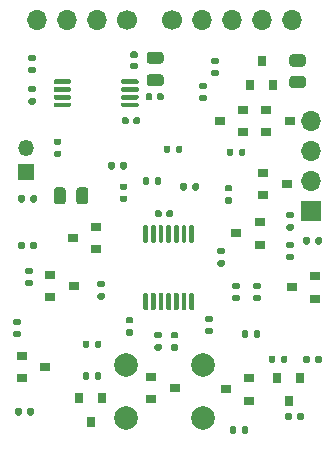
<source format=gbs>
%TF.GenerationSoftware,KiCad,Pcbnew,5.1.10-88a1d61d58~88~ubuntu18.04.1*%
%TF.CreationDate,2021-08-09T12:07:12+05:30*%
%TF.ProjectId,dhadak,64686164-616b-42e6-9b69-6361645f7063,1*%
%TF.SameCoordinates,Original*%
%TF.FileFunction,Soldermask,Bot*%
%TF.FilePolarity,Negative*%
%FSLAX46Y46*%
G04 Gerber Fmt 4.6, Leading zero omitted, Abs format (unit mm)*
G04 Created by KiCad (PCBNEW 5.1.10-88a1d61d58~88~ubuntu18.04.1) date 2021-08-09 12:07:12*
%MOMM*%
%LPD*%
G01*
G04 APERTURE LIST*
%ADD10O,1.700000X1.700000*%
%ADD11C,1.700000*%
%ADD12R,1.700000X1.700000*%
%ADD13R,1.350000X1.350000*%
%ADD14O,1.350000X1.350000*%
%ADD15R,0.900000X0.800000*%
%ADD16R,0.800000X0.900000*%
%ADD17C,2.000000*%
G04 APERTURE END LIST*
D10*
%TO.C,J2*%
X120015000Y-92583000D03*
X122555000Y-92583000D03*
X125095000Y-92583000D03*
D11*
X127635000Y-92583000D03*
%TD*%
%TO.C,J4*%
X131445000Y-92583000D03*
D10*
X133985000Y-92583000D03*
X136525000Y-92583000D03*
X139065000Y-92583000D03*
X141605000Y-92583000D03*
%TD*%
%TO.C,C6*%
G36*
G01*
X129573000Y-95263000D02*
X130523000Y-95263000D01*
G75*
G02*
X130773000Y-95513000I0J-250000D01*
G01*
X130773000Y-96013000D01*
G75*
G02*
X130523000Y-96263000I-250000J0D01*
G01*
X129573000Y-96263000D01*
G75*
G02*
X129323000Y-96013000I0J250000D01*
G01*
X129323000Y-95513000D01*
G75*
G02*
X129573000Y-95263000I250000J0D01*
G01*
G37*
G36*
G01*
X129573000Y-97163000D02*
X130523000Y-97163000D01*
G75*
G02*
X130773000Y-97413000I0J-250000D01*
G01*
X130773000Y-97913000D01*
G75*
G02*
X130523000Y-98163000I-250000J0D01*
G01*
X129573000Y-98163000D01*
G75*
G02*
X129323000Y-97913000I0J250000D01*
G01*
X129323000Y-97413000D01*
G75*
G02*
X129573000Y-97163000I250000J0D01*
G01*
G37*
%TD*%
%TO.C,C9*%
G36*
G01*
X123386000Y-107917000D02*
X123386000Y-106967000D01*
G75*
G02*
X123636000Y-106717000I250000J0D01*
G01*
X124136000Y-106717000D01*
G75*
G02*
X124386000Y-106967000I0J-250000D01*
G01*
X124386000Y-107917000D01*
G75*
G02*
X124136000Y-108167000I-250000J0D01*
G01*
X123636000Y-108167000D01*
G75*
G02*
X123386000Y-107917000I0J250000D01*
G01*
G37*
G36*
G01*
X121486000Y-107917000D02*
X121486000Y-106967000D01*
G75*
G02*
X121736000Y-106717000I250000J0D01*
G01*
X122236000Y-106717000D01*
G75*
G02*
X122486000Y-106967000I0J-250000D01*
G01*
X122486000Y-107917000D01*
G75*
G02*
X122236000Y-108167000I-250000J0D01*
G01*
X121736000Y-108167000D01*
G75*
G02*
X121486000Y-107917000I0J250000D01*
G01*
G37*
%TD*%
%TO.C,U2*%
G36*
G01*
X129141000Y-109938000D02*
X129341000Y-109938000D01*
G75*
G02*
X129441000Y-110038000I0J-100000D01*
G01*
X129441000Y-111313000D01*
G75*
G02*
X129341000Y-111413000I-100000J0D01*
G01*
X129141000Y-111413000D01*
G75*
G02*
X129041000Y-111313000I0J100000D01*
G01*
X129041000Y-110038000D01*
G75*
G02*
X129141000Y-109938000I100000J0D01*
G01*
G37*
G36*
G01*
X129791000Y-109938000D02*
X129991000Y-109938000D01*
G75*
G02*
X130091000Y-110038000I0J-100000D01*
G01*
X130091000Y-111313000D01*
G75*
G02*
X129991000Y-111413000I-100000J0D01*
G01*
X129791000Y-111413000D01*
G75*
G02*
X129691000Y-111313000I0J100000D01*
G01*
X129691000Y-110038000D01*
G75*
G02*
X129791000Y-109938000I100000J0D01*
G01*
G37*
G36*
G01*
X130441000Y-109938000D02*
X130641000Y-109938000D01*
G75*
G02*
X130741000Y-110038000I0J-100000D01*
G01*
X130741000Y-111313000D01*
G75*
G02*
X130641000Y-111413000I-100000J0D01*
G01*
X130441000Y-111413000D01*
G75*
G02*
X130341000Y-111313000I0J100000D01*
G01*
X130341000Y-110038000D01*
G75*
G02*
X130441000Y-109938000I100000J0D01*
G01*
G37*
G36*
G01*
X131091000Y-109938000D02*
X131291000Y-109938000D01*
G75*
G02*
X131391000Y-110038000I0J-100000D01*
G01*
X131391000Y-111313000D01*
G75*
G02*
X131291000Y-111413000I-100000J0D01*
G01*
X131091000Y-111413000D01*
G75*
G02*
X130991000Y-111313000I0J100000D01*
G01*
X130991000Y-110038000D01*
G75*
G02*
X131091000Y-109938000I100000J0D01*
G01*
G37*
G36*
G01*
X131741000Y-109938000D02*
X131941000Y-109938000D01*
G75*
G02*
X132041000Y-110038000I0J-100000D01*
G01*
X132041000Y-111313000D01*
G75*
G02*
X131941000Y-111413000I-100000J0D01*
G01*
X131741000Y-111413000D01*
G75*
G02*
X131641000Y-111313000I0J100000D01*
G01*
X131641000Y-110038000D01*
G75*
G02*
X131741000Y-109938000I100000J0D01*
G01*
G37*
G36*
G01*
X132391000Y-109938000D02*
X132591000Y-109938000D01*
G75*
G02*
X132691000Y-110038000I0J-100000D01*
G01*
X132691000Y-111313000D01*
G75*
G02*
X132591000Y-111413000I-100000J0D01*
G01*
X132391000Y-111413000D01*
G75*
G02*
X132291000Y-111313000I0J100000D01*
G01*
X132291000Y-110038000D01*
G75*
G02*
X132391000Y-109938000I100000J0D01*
G01*
G37*
G36*
G01*
X133041000Y-109938000D02*
X133241000Y-109938000D01*
G75*
G02*
X133341000Y-110038000I0J-100000D01*
G01*
X133341000Y-111313000D01*
G75*
G02*
X133241000Y-111413000I-100000J0D01*
G01*
X133041000Y-111413000D01*
G75*
G02*
X132941000Y-111313000I0J100000D01*
G01*
X132941000Y-110038000D01*
G75*
G02*
X133041000Y-109938000I100000J0D01*
G01*
G37*
G36*
G01*
X133041000Y-115663000D02*
X133241000Y-115663000D01*
G75*
G02*
X133341000Y-115763000I0J-100000D01*
G01*
X133341000Y-117038000D01*
G75*
G02*
X133241000Y-117138000I-100000J0D01*
G01*
X133041000Y-117138000D01*
G75*
G02*
X132941000Y-117038000I0J100000D01*
G01*
X132941000Y-115763000D01*
G75*
G02*
X133041000Y-115663000I100000J0D01*
G01*
G37*
G36*
G01*
X132391000Y-115663000D02*
X132591000Y-115663000D01*
G75*
G02*
X132691000Y-115763000I0J-100000D01*
G01*
X132691000Y-117038000D01*
G75*
G02*
X132591000Y-117138000I-100000J0D01*
G01*
X132391000Y-117138000D01*
G75*
G02*
X132291000Y-117038000I0J100000D01*
G01*
X132291000Y-115763000D01*
G75*
G02*
X132391000Y-115663000I100000J0D01*
G01*
G37*
G36*
G01*
X131741000Y-115663000D02*
X131941000Y-115663000D01*
G75*
G02*
X132041000Y-115763000I0J-100000D01*
G01*
X132041000Y-117038000D01*
G75*
G02*
X131941000Y-117138000I-100000J0D01*
G01*
X131741000Y-117138000D01*
G75*
G02*
X131641000Y-117038000I0J100000D01*
G01*
X131641000Y-115763000D01*
G75*
G02*
X131741000Y-115663000I100000J0D01*
G01*
G37*
G36*
G01*
X131091000Y-115663000D02*
X131291000Y-115663000D01*
G75*
G02*
X131391000Y-115763000I0J-100000D01*
G01*
X131391000Y-117038000D01*
G75*
G02*
X131291000Y-117138000I-100000J0D01*
G01*
X131091000Y-117138000D01*
G75*
G02*
X130991000Y-117038000I0J100000D01*
G01*
X130991000Y-115763000D01*
G75*
G02*
X131091000Y-115663000I100000J0D01*
G01*
G37*
G36*
G01*
X130441000Y-115663000D02*
X130641000Y-115663000D01*
G75*
G02*
X130741000Y-115763000I0J-100000D01*
G01*
X130741000Y-117038000D01*
G75*
G02*
X130641000Y-117138000I-100000J0D01*
G01*
X130441000Y-117138000D01*
G75*
G02*
X130341000Y-117038000I0J100000D01*
G01*
X130341000Y-115763000D01*
G75*
G02*
X130441000Y-115663000I100000J0D01*
G01*
G37*
G36*
G01*
X129791000Y-115663000D02*
X129991000Y-115663000D01*
G75*
G02*
X130091000Y-115763000I0J-100000D01*
G01*
X130091000Y-117038000D01*
G75*
G02*
X129991000Y-117138000I-100000J0D01*
G01*
X129791000Y-117138000D01*
G75*
G02*
X129691000Y-117038000I0J100000D01*
G01*
X129691000Y-115763000D01*
G75*
G02*
X129791000Y-115663000I100000J0D01*
G01*
G37*
G36*
G01*
X129141000Y-115663000D02*
X129341000Y-115663000D01*
G75*
G02*
X129441000Y-115763000I0J-100000D01*
G01*
X129441000Y-117038000D01*
G75*
G02*
X129341000Y-117138000I-100000J0D01*
G01*
X129141000Y-117138000D01*
G75*
G02*
X129041000Y-117038000I0J100000D01*
G01*
X129041000Y-115763000D01*
G75*
G02*
X129141000Y-115663000I100000J0D01*
G01*
G37*
%TD*%
%TO.C,C3*%
G36*
G01*
X129260000Y-99230000D02*
X129260000Y-98890000D01*
G75*
G02*
X129400000Y-98750000I140000J0D01*
G01*
X129680000Y-98750000D01*
G75*
G02*
X129820000Y-98890000I0J-140000D01*
G01*
X129820000Y-99230000D01*
G75*
G02*
X129680000Y-99370000I-140000J0D01*
G01*
X129400000Y-99370000D01*
G75*
G02*
X129260000Y-99230000I0J140000D01*
G01*
G37*
G36*
G01*
X130220000Y-99230000D02*
X130220000Y-98890000D01*
G75*
G02*
X130360000Y-98750000I140000J0D01*
G01*
X130640000Y-98750000D01*
G75*
G02*
X130780000Y-98890000I0J-140000D01*
G01*
X130780000Y-99230000D01*
G75*
G02*
X130640000Y-99370000I-140000J0D01*
G01*
X130360000Y-99370000D01*
G75*
G02*
X130220000Y-99230000I0J140000D01*
G01*
G37*
%TD*%
%TO.C,C4*%
G36*
G01*
X128100000Y-96184000D02*
X128440000Y-96184000D01*
G75*
G02*
X128580000Y-96324000I0J-140000D01*
G01*
X128580000Y-96604000D01*
G75*
G02*
X128440000Y-96744000I-140000J0D01*
G01*
X128100000Y-96744000D01*
G75*
G02*
X127960000Y-96604000I0J140000D01*
G01*
X127960000Y-96324000D01*
G75*
G02*
X128100000Y-96184000I140000J0D01*
G01*
G37*
G36*
G01*
X128100000Y-95224000D02*
X128440000Y-95224000D01*
G75*
G02*
X128580000Y-95364000I0J-140000D01*
G01*
X128580000Y-95644000D01*
G75*
G02*
X128440000Y-95784000I-140000J0D01*
G01*
X128100000Y-95784000D01*
G75*
G02*
X127960000Y-95644000I0J140000D01*
G01*
X127960000Y-95364000D01*
G75*
G02*
X128100000Y-95224000I140000J0D01*
G01*
G37*
%TD*%
%TO.C,C5*%
G36*
G01*
X128216000Y-101262000D02*
X128216000Y-100922000D01*
G75*
G02*
X128356000Y-100782000I140000J0D01*
G01*
X128636000Y-100782000D01*
G75*
G02*
X128776000Y-100922000I0J-140000D01*
G01*
X128776000Y-101262000D01*
G75*
G02*
X128636000Y-101402000I-140000J0D01*
G01*
X128356000Y-101402000D01*
G75*
G02*
X128216000Y-101262000I0J140000D01*
G01*
G37*
G36*
G01*
X127256000Y-101262000D02*
X127256000Y-100922000D01*
G75*
G02*
X127396000Y-100782000I140000J0D01*
G01*
X127676000Y-100782000D01*
G75*
G02*
X127816000Y-100922000I0J-140000D01*
G01*
X127816000Y-101262000D01*
G75*
G02*
X127676000Y-101402000I-140000J0D01*
G01*
X127396000Y-101402000D01*
G75*
G02*
X127256000Y-101262000I0J140000D01*
G01*
G37*
%TD*%
%TO.C,C10*%
G36*
G01*
X130050000Y-109136000D02*
X130050000Y-108796000D01*
G75*
G02*
X130190000Y-108656000I140000J0D01*
G01*
X130470000Y-108656000D01*
G75*
G02*
X130610000Y-108796000I0J-140000D01*
G01*
X130610000Y-109136000D01*
G75*
G02*
X130470000Y-109276000I-140000J0D01*
G01*
X130190000Y-109276000D01*
G75*
G02*
X130050000Y-109136000I0J140000D01*
G01*
G37*
G36*
G01*
X131010000Y-109136000D02*
X131010000Y-108796000D01*
G75*
G02*
X131150000Y-108656000I140000J0D01*
G01*
X131430000Y-108656000D01*
G75*
G02*
X131570000Y-108796000I0J-140000D01*
G01*
X131570000Y-109136000D01*
G75*
G02*
X131430000Y-109276000I-140000J0D01*
G01*
X131150000Y-109276000D01*
G75*
G02*
X131010000Y-109136000I0J140000D01*
G01*
G37*
%TD*%
%TO.C,IC1*%
G36*
G01*
X122924999Y-97694001D02*
X122924999Y-97894001D01*
G75*
G02*
X122824999Y-97994001I-100000J0D01*
G01*
X121549999Y-97994001D01*
G75*
G02*
X121449999Y-97894001I0J100000D01*
G01*
X121449999Y-97694001D01*
G75*
G02*
X121549999Y-97594001I100000J0D01*
G01*
X122824999Y-97594001D01*
G75*
G02*
X122924999Y-97694001I0J-100000D01*
G01*
G37*
G36*
G01*
X122924999Y-98344001D02*
X122924999Y-98544001D01*
G75*
G02*
X122824999Y-98644001I-100000J0D01*
G01*
X121549999Y-98644001D01*
G75*
G02*
X121449999Y-98544001I0J100000D01*
G01*
X121449999Y-98344001D01*
G75*
G02*
X121549999Y-98244001I100000J0D01*
G01*
X122824999Y-98244001D01*
G75*
G02*
X122924999Y-98344001I0J-100000D01*
G01*
G37*
G36*
G01*
X122924999Y-98994001D02*
X122924999Y-99194001D01*
G75*
G02*
X122824999Y-99294001I-100000J0D01*
G01*
X121549999Y-99294001D01*
G75*
G02*
X121449999Y-99194001I0J100000D01*
G01*
X121449999Y-98994001D01*
G75*
G02*
X121549999Y-98894001I100000J0D01*
G01*
X122824999Y-98894001D01*
G75*
G02*
X122924999Y-98994001I0J-100000D01*
G01*
G37*
G36*
G01*
X122924999Y-99644001D02*
X122924999Y-99844001D01*
G75*
G02*
X122824999Y-99944001I-100000J0D01*
G01*
X121549999Y-99944001D01*
G75*
G02*
X121449999Y-99844001I0J100000D01*
G01*
X121449999Y-99644001D01*
G75*
G02*
X121549999Y-99544001I100000J0D01*
G01*
X122824999Y-99544001D01*
G75*
G02*
X122924999Y-99644001I0J-100000D01*
G01*
G37*
G36*
G01*
X128649999Y-99644001D02*
X128649999Y-99844001D01*
G75*
G02*
X128549999Y-99944001I-100000J0D01*
G01*
X127274999Y-99944001D01*
G75*
G02*
X127174999Y-99844001I0J100000D01*
G01*
X127174999Y-99644001D01*
G75*
G02*
X127274999Y-99544001I100000J0D01*
G01*
X128549999Y-99544001D01*
G75*
G02*
X128649999Y-99644001I0J-100000D01*
G01*
G37*
G36*
G01*
X128649999Y-98994001D02*
X128649999Y-99194001D01*
G75*
G02*
X128549999Y-99294001I-100000J0D01*
G01*
X127274999Y-99294001D01*
G75*
G02*
X127174999Y-99194001I0J100000D01*
G01*
X127174999Y-98994001D01*
G75*
G02*
X127274999Y-98894001I100000J0D01*
G01*
X128549999Y-98894001D01*
G75*
G02*
X128649999Y-98994001I0J-100000D01*
G01*
G37*
G36*
G01*
X128649999Y-98344001D02*
X128649999Y-98544001D01*
G75*
G02*
X128549999Y-98644001I-100000J0D01*
G01*
X127274999Y-98644001D01*
G75*
G02*
X127174999Y-98544001I0J100000D01*
G01*
X127174999Y-98344001D01*
G75*
G02*
X127274999Y-98244001I100000J0D01*
G01*
X128549999Y-98244001D01*
G75*
G02*
X128649999Y-98344001I0J-100000D01*
G01*
G37*
G36*
G01*
X128649999Y-97694001D02*
X128649999Y-97894001D01*
G75*
G02*
X128549999Y-97994001I-100000J0D01*
G01*
X127274999Y-97994001D01*
G75*
G02*
X127174999Y-97894001I0J100000D01*
G01*
X127174999Y-97694001D01*
G75*
G02*
X127274999Y-97594001I100000J0D01*
G01*
X128549999Y-97594001D01*
G75*
G02*
X128649999Y-97694001I0J-100000D01*
G01*
G37*
%TD*%
%TO.C,J1*%
X143256000Y-101092000D03*
X143256000Y-103632000D03*
X143256000Y-106172000D03*
D12*
X143256000Y-108712000D03*
%TD*%
D13*
%TO.C,J3*%
X119126000Y-105410000D03*
D14*
X119126000Y-103410000D03*
%TD*%
D15*
%TO.C,Q1*%
X135525000Y-101092000D03*
X137525000Y-102042000D03*
X137525000Y-100142000D03*
%TD*%
%TO.C,Q2*%
X141462000Y-101092000D03*
X139462000Y-100142000D03*
X139462000Y-102042000D03*
%TD*%
D16*
%TO.C,Q3*%
X140015000Y-98028000D03*
X138115000Y-98028000D03*
X139065000Y-96028000D03*
%TD*%
D15*
%TO.C,Q7*%
X141192000Y-106426000D03*
X139192000Y-105476000D03*
X139192000Y-107376000D03*
%TD*%
%TO.C,Q8*%
X123079000Y-110998000D03*
X125079000Y-111948000D03*
X125079000Y-110048000D03*
%TD*%
%TO.C,Q9*%
X136922000Y-110617000D03*
X138922000Y-111567000D03*
X138922000Y-109667000D03*
%TD*%
%TO.C,Q10*%
X121174000Y-116012000D03*
X121174000Y-114112000D03*
X123174000Y-115062000D03*
%TD*%
%TO.C,Q11*%
X136033000Y-123825000D03*
X138033000Y-124775000D03*
X138033000Y-122875000D03*
%TD*%
%TO.C,Q12*%
X118761000Y-122870000D03*
X118761000Y-120970000D03*
X120761000Y-121920000D03*
%TD*%
D16*
%TO.C,Q13*%
X141351000Y-124841000D03*
X142301000Y-122841000D03*
X140401000Y-122841000D03*
%TD*%
%TO.C,Q14*%
X123637000Y-124603000D03*
X125537000Y-124603000D03*
X124587000Y-126603000D03*
%TD*%
D15*
%TO.C,Q15*%
X143621000Y-114239000D03*
X143621000Y-116139000D03*
X141621000Y-115189000D03*
%TD*%
%TO.C,Q16*%
X129699000Y-124648000D03*
X129699000Y-122748000D03*
X131699000Y-123698000D03*
%TD*%
%TO.C,R4*%
G36*
G01*
X132352000Y-103320000D02*
X132352000Y-103690000D01*
G75*
G02*
X132217000Y-103825000I-135000J0D01*
G01*
X131947000Y-103825000D01*
G75*
G02*
X131812000Y-103690000I0J135000D01*
G01*
X131812000Y-103320000D01*
G75*
G02*
X131947000Y-103185000I135000J0D01*
G01*
X132217000Y-103185000D01*
G75*
G02*
X132352000Y-103320000I0J-135000D01*
G01*
G37*
G36*
G01*
X131332000Y-103320000D02*
X131332000Y-103690000D01*
G75*
G02*
X131197000Y-103825000I-135000J0D01*
G01*
X130927000Y-103825000D01*
G75*
G02*
X130792000Y-103690000I0J135000D01*
G01*
X130792000Y-103320000D01*
G75*
G02*
X130927000Y-103185000I135000J0D01*
G01*
X131197000Y-103185000D01*
G75*
G02*
X131332000Y-103320000I0J-135000D01*
G01*
G37*
%TD*%
%TO.C,R5*%
G36*
G01*
X137686000Y-103574000D02*
X137686000Y-103944000D01*
G75*
G02*
X137551000Y-104079000I-135000J0D01*
G01*
X137281000Y-104079000D01*
G75*
G02*
X137146000Y-103944000I0J135000D01*
G01*
X137146000Y-103574000D01*
G75*
G02*
X137281000Y-103439000I135000J0D01*
G01*
X137551000Y-103439000D01*
G75*
G02*
X137686000Y-103574000I0J-135000D01*
G01*
G37*
G36*
G01*
X136666000Y-103574000D02*
X136666000Y-103944000D01*
G75*
G02*
X136531000Y-104079000I-135000J0D01*
G01*
X136261000Y-104079000D01*
G75*
G02*
X136126000Y-103944000I0J135000D01*
G01*
X136126000Y-103574000D01*
G75*
G02*
X136261000Y-103439000I135000J0D01*
G01*
X136531000Y-103439000D01*
G75*
G02*
X136666000Y-103574000I0J-135000D01*
G01*
G37*
%TD*%
%TO.C,R6*%
G36*
G01*
X141662998Y-95476000D02*
X142563002Y-95476000D01*
G75*
G02*
X142813000Y-95725998I0J-249998D01*
G01*
X142813000Y-96251002D01*
G75*
G02*
X142563002Y-96501000I-249998J0D01*
G01*
X141662998Y-96501000D01*
G75*
G02*
X141413000Y-96251002I0J249998D01*
G01*
X141413000Y-95725998D01*
G75*
G02*
X141662998Y-95476000I249998J0D01*
G01*
G37*
G36*
G01*
X141662998Y-97301000D02*
X142563002Y-97301000D01*
G75*
G02*
X142813000Y-97550998I0J-249998D01*
G01*
X142813000Y-98076002D01*
G75*
G02*
X142563002Y-98326000I-249998J0D01*
G01*
X141662998Y-98326000D01*
G75*
G02*
X141413000Y-98076002I0J249998D01*
G01*
X141413000Y-97550998D01*
G75*
G02*
X141662998Y-97301000I249998J0D01*
G01*
G37*
%TD*%
%TO.C,R7*%
G36*
G01*
X133927000Y-97897000D02*
X134297000Y-97897000D01*
G75*
G02*
X134432000Y-98032000I0J-135000D01*
G01*
X134432000Y-98302000D01*
G75*
G02*
X134297000Y-98437000I-135000J0D01*
G01*
X133927000Y-98437000D01*
G75*
G02*
X133792000Y-98302000I0J135000D01*
G01*
X133792000Y-98032000D01*
G75*
G02*
X133927000Y-97897000I135000J0D01*
G01*
G37*
G36*
G01*
X133927000Y-98917000D02*
X134297000Y-98917000D01*
G75*
G02*
X134432000Y-99052000I0J-135000D01*
G01*
X134432000Y-99322000D01*
G75*
G02*
X134297000Y-99457000I-135000J0D01*
G01*
X133927000Y-99457000D01*
G75*
G02*
X133792000Y-99322000I0J135000D01*
G01*
X133792000Y-99052000D01*
G75*
G02*
X133927000Y-98917000I135000J0D01*
G01*
G37*
%TD*%
%TO.C,R8*%
G36*
G01*
X134943000Y-96758000D02*
X135313000Y-96758000D01*
G75*
G02*
X135448000Y-96893000I0J-135000D01*
G01*
X135448000Y-97163000D01*
G75*
G02*
X135313000Y-97298000I-135000J0D01*
G01*
X134943000Y-97298000D01*
G75*
G02*
X134808000Y-97163000I0J135000D01*
G01*
X134808000Y-96893000D01*
G75*
G02*
X134943000Y-96758000I135000J0D01*
G01*
G37*
G36*
G01*
X134943000Y-95738000D02*
X135313000Y-95738000D01*
G75*
G02*
X135448000Y-95873000I0J-135000D01*
G01*
X135448000Y-96143000D01*
G75*
G02*
X135313000Y-96278000I-135000J0D01*
G01*
X134943000Y-96278000D01*
G75*
G02*
X134808000Y-96143000I0J135000D01*
G01*
X134808000Y-95873000D01*
G75*
G02*
X134943000Y-95738000I135000J0D01*
G01*
G37*
%TD*%
%TO.C,R14*%
G36*
G01*
X119819000Y-99715000D02*
X119449000Y-99715000D01*
G75*
G02*
X119314000Y-99580000I0J135000D01*
G01*
X119314000Y-99310000D01*
G75*
G02*
X119449000Y-99175000I135000J0D01*
G01*
X119819000Y-99175000D01*
G75*
G02*
X119954000Y-99310000I0J-135000D01*
G01*
X119954000Y-99580000D01*
G75*
G02*
X119819000Y-99715000I-135000J0D01*
G01*
G37*
G36*
G01*
X119819000Y-98695000D02*
X119449000Y-98695000D01*
G75*
G02*
X119314000Y-98560000I0J135000D01*
G01*
X119314000Y-98290000D01*
G75*
G02*
X119449000Y-98155000I135000J0D01*
G01*
X119819000Y-98155000D01*
G75*
G02*
X119954000Y-98290000I0J-135000D01*
G01*
X119954000Y-98560000D01*
G75*
G02*
X119819000Y-98695000I-135000J0D01*
G01*
G37*
%TD*%
%TO.C,R15*%
G36*
G01*
X119449000Y-96504000D02*
X119819000Y-96504000D01*
G75*
G02*
X119954000Y-96639000I0J-135000D01*
G01*
X119954000Y-96909000D01*
G75*
G02*
X119819000Y-97044000I-135000J0D01*
G01*
X119449000Y-97044000D01*
G75*
G02*
X119314000Y-96909000I0J135000D01*
G01*
X119314000Y-96639000D01*
G75*
G02*
X119449000Y-96504000I135000J0D01*
G01*
G37*
G36*
G01*
X119449000Y-95484000D02*
X119819000Y-95484000D01*
G75*
G02*
X119954000Y-95619000I0J-135000D01*
G01*
X119954000Y-95889000D01*
G75*
G02*
X119819000Y-96024000I-135000J0D01*
G01*
X119449000Y-96024000D01*
G75*
G02*
X119314000Y-95889000I0J135000D01*
G01*
X119314000Y-95619000D01*
G75*
G02*
X119449000Y-95484000I135000J0D01*
G01*
G37*
%TD*%
%TO.C,R16*%
G36*
G01*
X121608000Y-102598000D02*
X121978000Y-102598000D01*
G75*
G02*
X122113000Y-102733000I0J-135000D01*
G01*
X122113000Y-103003000D01*
G75*
G02*
X121978000Y-103138000I-135000J0D01*
G01*
X121608000Y-103138000D01*
G75*
G02*
X121473000Y-103003000I0J135000D01*
G01*
X121473000Y-102733000D01*
G75*
G02*
X121608000Y-102598000I135000J0D01*
G01*
G37*
G36*
G01*
X121608000Y-103618000D02*
X121978000Y-103618000D01*
G75*
G02*
X122113000Y-103753000I0J-135000D01*
G01*
X122113000Y-104023000D01*
G75*
G02*
X121978000Y-104158000I-135000J0D01*
G01*
X121608000Y-104158000D01*
G75*
G02*
X121473000Y-104023000I0J135000D01*
G01*
X121473000Y-103753000D01*
G75*
G02*
X121608000Y-103618000I135000J0D01*
G01*
G37*
%TD*%
%TO.C,R17*%
G36*
G01*
X126631000Y-104717000D02*
X126631000Y-105087000D01*
G75*
G02*
X126496000Y-105222000I-135000J0D01*
G01*
X126226000Y-105222000D01*
G75*
G02*
X126091000Y-105087000I0J135000D01*
G01*
X126091000Y-104717000D01*
G75*
G02*
X126226000Y-104582000I135000J0D01*
G01*
X126496000Y-104582000D01*
G75*
G02*
X126631000Y-104717000I0J-135000D01*
G01*
G37*
G36*
G01*
X127651000Y-104717000D02*
X127651000Y-105087000D01*
G75*
G02*
X127516000Y-105222000I-135000J0D01*
G01*
X127246000Y-105222000D01*
G75*
G02*
X127111000Y-105087000I0J135000D01*
G01*
X127111000Y-104717000D01*
G75*
G02*
X127246000Y-104582000I135000J0D01*
G01*
X127516000Y-104582000D01*
G75*
G02*
X127651000Y-104717000I0J-135000D01*
G01*
G37*
%TD*%
%TO.C,R18*%
G36*
G01*
X130574000Y-105987000D02*
X130574000Y-106357000D01*
G75*
G02*
X130439000Y-106492000I-135000J0D01*
G01*
X130169000Y-106492000D01*
G75*
G02*
X130034000Y-106357000I0J135000D01*
G01*
X130034000Y-105987000D01*
G75*
G02*
X130169000Y-105852000I135000J0D01*
G01*
X130439000Y-105852000D01*
G75*
G02*
X130574000Y-105987000I0J-135000D01*
G01*
G37*
G36*
G01*
X129554000Y-105987000D02*
X129554000Y-106357000D01*
G75*
G02*
X129419000Y-106492000I-135000J0D01*
G01*
X129149000Y-106492000D01*
G75*
G02*
X129014000Y-106357000I0J135000D01*
G01*
X129014000Y-105987000D01*
G75*
G02*
X129149000Y-105852000I135000J0D01*
G01*
X129419000Y-105852000D01*
G75*
G02*
X129554000Y-105987000I0J-135000D01*
G01*
G37*
%TD*%
%TO.C,R19*%
G36*
G01*
X127566000Y-106946000D02*
X127196000Y-106946000D01*
G75*
G02*
X127061000Y-106811000I0J135000D01*
G01*
X127061000Y-106541000D01*
G75*
G02*
X127196000Y-106406000I135000J0D01*
G01*
X127566000Y-106406000D01*
G75*
G02*
X127701000Y-106541000I0J-135000D01*
G01*
X127701000Y-106811000D01*
G75*
G02*
X127566000Y-106946000I-135000J0D01*
G01*
G37*
G36*
G01*
X127566000Y-107966000D02*
X127196000Y-107966000D01*
G75*
G02*
X127061000Y-107831000I0J135000D01*
G01*
X127061000Y-107561000D01*
G75*
G02*
X127196000Y-107426000I135000J0D01*
G01*
X127566000Y-107426000D01*
G75*
G02*
X127701000Y-107561000I0J-135000D01*
G01*
X127701000Y-107831000D01*
G75*
G02*
X127566000Y-107966000I-135000J0D01*
G01*
G37*
%TD*%
%TO.C,R20*%
G36*
G01*
X132729000Y-106495000D02*
X132729000Y-106865000D01*
G75*
G02*
X132594000Y-107000000I-135000J0D01*
G01*
X132324000Y-107000000D01*
G75*
G02*
X132189000Y-106865000I0J135000D01*
G01*
X132189000Y-106495000D01*
G75*
G02*
X132324000Y-106360000I135000J0D01*
G01*
X132594000Y-106360000D01*
G75*
G02*
X132729000Y-106495000I0J-135000D01*
G01*
G37*
G36*
G01*
X133749000Y-106495000D02*
X133749000Y-106865000D01*
G75*
G02*
X133614000Y-107000000I-135000J0D01*
G01*
X133344000Y-107000000D01*
G75*
G02*
X133209000Y-106865000I0J135000D01*
G01*
X133209000Y-106495000D01*
G75*
G02*
X133344000Y-106360000I135000J0D01*
G01*
X133614000Y-106360000D01*
G75*
G02*
X133749000Y-106495000I0J-135000D01*
G01*
G37*
%TD*%
%TO.C,R21*%
G36*
G01*
X136086000Y-107555000D02*
X136456000Y-107555000D01*
G75*
G02*
X136591000Y-107690000I0J-135000D01*
G01*
X136591000Y-107960000D01*
G75*
G02*
X136456000Y-108095000I-135000J0D01*
G01*
X136086000Y-108095000D01*
G75*
G02*
X135951000Y-107960000I0J135000D01*
G01*
X135951000Y-107690000D01*
G75*
G02*
X136086000Y-107555000I135000J0D01*
G01*
G37*
G36*
G01*
X136086000Y-106535000D02*
X136456000Y-106535000D01*
G75*
G02*
X136591000Y-106670000I0J-135000D01*
G01*
X136591000Y-106940000D01*
G75*
G02*
X136456000Y-107075000I-135000J0D01*
G01*
X136086000Y-107075000D01*
G75*
G02*
X135951000Y-106940000I0J135000D01*
G01*
X135951000Y-106670000D01*
G75*
G02*
X136086000Y-106535000I135000J0D01*
G01*
G37*
%TD*%
%TO.C,R22*%
G36*
G01*
X118473000Y-107881000D02*
X118473000Y-107511000D01*
G75*
G02*
X118608000Y-107376000I135000J0D01*
G01*
X118878000Y-107376000D01*
G75*
G02*
X119013000Y-107511000I0J-135000D01*
G01*
X119013000Y-107881000D01*
G75*
G02*
X118878000Y-108016000I-135000J0D01*
G01*
X118608000Y-108016000D01*
G75*
G02*
X118473000Y-107881000I0J135000D01*
G01*
G37*
G36*
G01*
X119493000Y-107881000D02*
X119493000Y-107511000D01*
G75*
G02*
X119628000Y-107376000I135000J0D01*
G01*
X119898000Y-107376000D01*
G75*
G02*
X120033000Y-107511000I0J-135000D01*
G01*
X120033000Y-107881000D01*
G75*
G02*
X119898000Y-108016000I-135000J0D01*
G01*
X119628000Y-108016000D01*
G75*
G02*
X119493000Y-107881000I0J135000D01*
G01*
G37*
%TD*%
%TO.C,R23*%
G36*
G01*
X141293000Y-109843000D02*
X141663000Y-109843000D01*
G75*
G02*
X141798000Y-109978000I0J-135000D01*
G01*
X141798000Y-110248000D01*
G75*
G02*
X141663000Y-110383000I-135000J0D01*
G01*
X141293000Y-110383000D01*
G75*
G02*
X141158000Y-110248000I0J135000D01*
G01*
X141158000Y-109978000D01*
G75*
G02*
X141293000Y-109843000I135000J0D01*
G01*
G37*
G36*
G01*
X141293000Y-108823000D02*
X141663000Y-108823000D01*
G75*
G02*
X141798000Y-108958000I0J-135000D01*
G01*
X141798000Y-109228000D01*
G75*
G02*
X141663000Y-109363000I-135000J0D01*
G01*
X141293000Y-109363000D01*
G75*
G02*
X141158000Y-109228000I0J135000D01*
G01*
X141158000Y-108958000D01*
G75*
G02*
X141293000Y-108823000I135000J0D01*
G01*
G37*
%TD*%
%TO.C,R24*%
G36*
G01*
X118473000Y-111818000D02*
X118473000Y-111448000D01*
G75*
G02*
X118608000Y-111313000I135000J0D01*
G01*
X118878000Y-111313000D01*
G75*
G02*
X119013000Y-111448000I0J-135000D01*
G01*
X119013000Y-111818000D01*
G75*
G02*
X118878000Y-111953000I-135000J0D01*
G01*
X118608000Y-111953000D01*
G75*
G02*
X118473000Y-111818000I0J135000D01*
G01*
G37*
G36*
G01*
X119493000Y-111818000D02*
X119493000Y-111448000D01*
G75*
G02*
X119628000Y-111313000I135000J0D01*
G01*
X119898000Y-111313000D01*
G75*
G02*
X120033000Y-111448000I0J-135000D01*
G01*
X120033000Y-111818000D01*
G75*
G02*
X119898000Y-111953000I-135000J0D01*
G01*
X119628000Y-111953000D01*
G75*
G02*
X119493000Y-111818000I0J135000D01*
G01*
G37*
%TD*%
%TO.C,R25*%
G36*
G01*
X141663000Y-111899000D02*
X141293000Y-111899000D01*
G75*
G02*
X141158000Y-111764000I0J135000D01*
G01*
X141158000Y-111494000D01*
G75*
G02*
X141293000Y-111359000I135000J0D01*
G01*
X141663000Y-111359000D01*
G75*
G02*
X141798000Y-111494000I0J-135000D01*
G01*
X141798000Y-111764000D01*
G75*
G02*
X141663000Y-111899000I-135000J0D01*
G01*
G37*
G36*
G01*
X141663000Y-112919000D02*
X141293000Y-112919000D01*
G75*
G02*
X141158000Y-112784000I0J135000D01*
G01*
X141158000Y-112514000D01*
G75*
G02*
X141293000Y-112379000I135000J0D01*
G01*
X141663000Y-112379000D01*
G75*
G02*
X141798000Y-112514000I0J-135000D01*
G01*
X141798000Y-112784000D01*
G75*
G02*
X141663000Y-112919000I-135000J0D01*
G01*
G37*
%TD*%
%TO.C,R26*%
G36*
G01*
X119565000Y-115080000D02*
X119195000Y-115080000D01*
G75*
G02*
X119060000Y-114945000I0J135000D01*
G01*
X119060000Y-114675000D01*
G75*
G02*
X119195000Y-114540000I135000J0D01*
G01*
X119565000Y-114540000D01*
G75*
G02*
X119700000Y-114675000I0J-135000D01*
G01*
X119700000Y-114945000D01*
G75*
G02*
X119565000Y-115080000I-135000J0D01*
G01*
G37*
G36*
G01*
X119565000Y-114060000D02*
X119195000Y-114060000D01*
G75*
G02*
X119060000Y-113925000I0J135000D01*
G01*
X119060000Y-113655000D01*
G75*
G02*
X119195000Y-113520000I135000J0D01*
G01*
X119565000Y-113520000D01*
G75*
G02*
X119700000Y-113655000I0J-135000D01*
G01*
X119700000Y-113925000D01*
G75*
G02*
X119565000Y-114060000I-135000J0D01*
G01*
G37*
%TD*%
%TO.C,R27*%
G36*
G01*
X135451000Y-111871000D02*
X135821000Y-111871000D01*
G75*
G02*
X135956000Y-112006000I0J-135000D01*
G01*
X135956000Y-112276000D01*
G75*
G02*
X135821000Y-112411000I-135000J0D01*
G01*
X135451000Y-112411000D01*
G75*
G02*
X135316000Y-112276000I0J135000D01*
G01*
X135316000Y-112006000D01*
G75*
G02*
X135451000Y-111871000I135000J0D01*
G01*
G37*
G36*
G01*
X135451000Y-112891000D02*
X135821000Y-112891000D01*
G75*
G02*
X135956000Y-113026000I0J-135000D01*
G01*
X135956000Y-113296000D01*
G75*
G02*
X135821000Y-113431000I-135000J0D01*
G01*
X135451000Y-113431000D01*
G75*
G02*
X135316000Y-113296000I0J135000D01*
G01*
X135316000Y-113026000D01*
G75*
G02*
X135451000Y-112891000I135000J0D01*
G01*
G37*
%TD*%
%TO.C,R28*%
G36*
G01*
X125291000Y-115683000D02*
X125661000Y-115683000D01*
G75*
G02*
X125796000Y-115818000I0J-135000D01*
G01*
X125796000Y-116088000D01*
G75*
G02*
X125661000Y-116223000I-135000J0D01*
G01*
X125291000Y-116223000D01*
G75*
G02*
X125156000Y-116088000I0J135000D01*
G01*
X125156000Y-115818000D01*
G75*
G02*
X125291000Y-115683000I135000J0D01*
G01*
G37*
G36*
G01*
X125291000Y-114663000D02*
X125661000Y-114663000D01*
G75*
G02*
X125796000Y-114798000I0J-135000D01*
G01*
X125796000Y-115068000D01*
G75*
G02*
X125661000Y-115203000I-135000J0D01*
G01*
X125291000Y-115203000D01*
G75*
G02*
X125156000Y-115068000I0J135000D01*
G01*
X125156000Y-114798000D01*
G75*
G02*
X125291000Y-114663000I135000J0D01*
G01*
G37*
%TD*%
%TO.C,R29*%
G36*
G01*
X139682000Y-121470000D02*
X139682000Y-121100000D01*
G75*
G02*
X139817000Y-120965000I135000J0D01*
G01*
X140087000Y-120965000D01*
G75*
G02*
X140222000Y-121100000I0J-135000D01*
G01*
X140222000Y-121470000D01*
G75*
G02*
X140087000Y-121605000I-135000J0D01*
G01*
X139817000Y-121605000D01*
G75*
G02*
X139682000Y-121470000I0J135000D01*
G01*
G37*
G36*
G01*
X140702000Y-121470000D02*
X140702000Y-121100000D01*
G75*
G02*
X140837000Y-120965000I135000J0D01*
G01*
X141107000Y-120965000D01*
G75*
G02*
X141242000Y-121100000I0J-135000D01*
G01*
X141242000Y-121470000D01*
G75*
G02*
X141107000Y-121605000I-135000J0D01*
G01*
X140837000Y-121605000D01*
G75*
G02*
X140702000Y-121470000I0J135000D01*
G01*
G37*
%TD*%
%TO.C,R30*%
G36*
G01*
X119237000Y-125915000D02*
X119237000Y-125545000D01*
G75*
G02*
X119372000Y-125410000I135000J0D01*
G01*
X119642000Y-125410000D01*
G75*
G02*
X119777000Y-125545000I0J-135000D01*
G01*
X119777000Y-125915000D01*
G75*
G02*
X119642000Y-126050000I-135000J0D01*
G01*
X119372000Y-126050000D01*
G75*
G02*
X119237000Y-125915000I0J135000D01*
G01*
G37*
G36*
G01*
X118217000Y-125915000D02*
X118217000Y-125545000D01*
G75*
G02*
X118352000Y-125410000I135000J0D01*
G01*
X118622000Y-125410000D01*
G75*
G02*
X118757000Y-125545000I0J-135000D01*
G01*
X118757000Y-125915000D01*
G75*
G02*
X118622000Y-126050000I-135000J0D01*
G01*
X118352000Y-126050000D01*
G75*
G02*
X118217000Y-125915000I0J135000D01*
G01*
G37*
%TD*%
%TO.C,R31*%
G36*
G01*
X138416000Y-119311000D02*
X138416000Y-118941000D01*
G75*
G02*
X138551000Y-118806000I135000J0D01*
G01*
X138821000Y-118806000D01*
G75*
G02*
X138956000Y-118941000I0J-135000D01*
G01*
X138956000Y-119311000D01*
G75*
G02*
X138821000Y-119446000I-135000J0D01*
G01*
X138551000Y-119446000D01*
G75*
G02*
X138416000Y-119311000I0J135000D01*
G01*
G37*
G36*
G01*
X137396000Y-119311000D02*
X137396000Y-118941000D01*
G75*
G02*
X137531000Y-118806000I135000J0D01*
G01*
X137801000Y-118806000D01*
G75*
G02*
X137936000Y-118941000I0J-135000D01*
G01*
X137936000Y-119311000D01*
G75*
G02*
X137801000Y-119446000I-135000J0D01*
G01*
X137531000Y-119446000D01*
G75*
G02*
X137396000Y-119311000I0J135000D01*
G01*
G37*
%TD*%
%TO.C,R32*%
G36*
G01*
X118549000Y-119398000D02*
X118179000Y-119398000D01*
G75*
G02*
X118044000Y-119263000I0J135000D01*
G01*
X118044000Y-118993000D01*
G75*
G02*
X118179000Y-118858000I135000J0D01*
G01*
X118549000Y-118858000D01*
G75*
G02*
X118684000Y-118993000I0J-135000D01*
G01*
X118684000Y-119263000D01*
G75*
G02*
X118549000Y-119398000I-135000J0D01*
G01*
G37*
G36*
G01*
X118549000Y-118378000D02*
X118179000Y-118378000D01*
G75*
G02*
X118044000Y-118243000I0J135000D01*
G01*
X118044000Y-117973000D01*
G75*
G02*
X118179000Y-117838000I135000J0D01*
G01*
X118549000Y-117838000D01*
G75*
G02*
X118684000Y-117973000I0J-135000D01*
G01*
X118684000Y-118243000D01*
G75*
G02*
X118549000Y-118378000I-135000J0D01*
G01*
G37*
%TD*%
%TO.C,R33*%
G36*
G01*
X134805000Y-119144000D02*
X134435000Y-119144000D01*
G75*
G02*
X134300000Y-119009000I0J135000D01*
G01*
X134300000Y-118739000D01*
G75*
G02*
X134435000Y-118604000I135000J0D01*
G01*
X134805000Y-118604000D01*
G75*
G02*
X134940000Y-118739000I0J-135000D01*
G01*
X134940000Y-119009000D01*
G75*
G02*
X134805000Y-119144000I-135000J0D01*
G01*
G37*
G36*
G01*
X134805000Y-118124000D02*
X134435000Y-118124000D01*
G75*
G02*
X134300000Y-117989000I0J135000D01*
G01*
X134300000Y-117719000D01*
G75*
G02*
X134435000Y-117584000I135000J0D01*
G01*
X134805000Y-117584000D01*
G75*
G02*
X134940000Y-117719000I0J-135000D01*
G01*
X134940000Y-117989000D01*
G75*
G02*
X134805000Y-118124000I-135000J0D01*
G01*
G37*
%TD*%
%TO.C,R34*%
G36*
G01*
X128074000Y-118251000D02*
X127704000Y-118251000D01*
G75*
G02*
X127569000Y-118116000I0J135000D01*
G01*
X127569000Y-117846000D01*
G75*
G02*
X127704000Y-117711000I135000J0D01*
G01*
X128074000Y-117711000D01*
G75*
G02*
X128209000Y-117846000I0J-135000D01*
G01*
X128209000Y-118116000D01*
G75*
G02*
X128074000Y-118251000I-135000J0D01*
G01*
G37*
G36*
G01*
X128074000Y-119271000D02*
X127704000Y-119271000D01*
G75*
G02*
X127569000Y-119136000I0J135000D01*
G01*
X127569000Y-118866000D01*
G75*
G02*
X127704000Y-118731000I135000J0D01*
G01*
X128074000Y-118731000D01*
G75*
G02*
X128209000Y-118866000I0J-135000D01*
G01*
X128209000Y-119136000D01*
G75*
G02*
X128074000Y-119271000I-135000J0D01*
G01*
G37*
%TD*%
%TO.C,R35*%
G36*
G01*
X142603000Y-121470000D02*
X142603000Y-121100000D01*
G75*
G02*
X142738000Y-120965000I135000J0D01*
G01*
X143008000Y-120965000D01*
G75*
G02*
X143143000Y-121100000I0J-135000D01*
G01*
X143143000Y-121470000D01*
G75*
G02*
X143008000Y-121605000I-135000J0D01*
G01*
X142738000Y-121605000D01*
G75*
G02*
X142603000Y-121470000I0J135000D01*
G01*
G37*
G36*
G01*
X143623000Y-121470000D02*
X143623000Y-121100000D01*
G75*
G02*
X143758000Y-120965000I135000J0D01*
G01*
X144028000Y-120965000D01*
G75*
G02*
X144163000Y-121100000I0J-135000D01*
G01*
X144163000Y-121470000D01*
G75*
G02*
X144028000Y-121605000I-135000J0D01*
G01*
X143758000Y-121605000D01*
G75*
G02*
X143623000Y-121470000I0J135000D01*
G01*
G37*
%TD*%
%TO.C,R36*%
G36*
G01*
X124474000Y-122497000D02*
X124474000Y-122867000D01*
G75*
G02*
X124339000Y-123002000I-135000J0D01*
G01*
X124069000Y-123002000D01*
G75*
G02*
X123934000Y-122867000I0J135000D01*
G01*
X123934000Y-122497000D01*
G75*
G02*
X124069000Y-122362000I135000J0D01*
G01*
X124339000Y-122362000D01*
G75*
G02*
X124474000Y-122497000I0J-135000D01*
G01*
G37*
G36*
G01*
X125494000Y-122497000D02*
X125494000Y-122867000D01*
G75*
G02*
X125359000Y-123002000I-135000J0D01*
G01*
X125089000Y-123002000D01*
G75*
G02*
X124954000Y-122867000I0J135000D01*
G01*
X124954000Y-122497000D01*
G75*
G02*
X125089000Y-122362000I135000J0D01*
G01*
X125359000Y-122362000D01*
G75*
G02*
X125494000Y-122497000I0J-135000D01*
G01*
G37*
%TD*%
%TO.C,R37*%
G36*
G01*
X141077000Y-126296000D02*
X141077000Y-125926000D01*
G75*
G02*
X141212000Y-125791000I135000J0D01*
G01*
X141482000Y-125791000D01*
G75*
G02*
X141617000Y-125926000I0J-135000D01*
G01*
X141617000Y-126296000D01*
G75*
G02*
X141482000Y-126431000I-135000J0D01*
G01*
X141212000Y-126431000D01*
G75*
G02*
X141077000Y-126296000I0J135000D01*
G01*
G37*
G36*
G01*
X142097000Y-126296000D02*
X142097000Y-125926000D01*
G75*
G02*
X142232000Y-125791000I135000J0D01*
G01*
X142502000Y-125791000D01*
G75*
G02*
X142637000Y-125926000I0J-135000D01*
G01*
X142637000Y-126296000D01*
G75*
G02*
X142502000Y-126431000I-135000J0D01*
G01*
X142232000Y-126431000D01*
G75*
G02*
X142097000Y-126296000I0J135000D01*
G01*
G37*
%TD*%
%TO.C,R38*%
G36*
G01*
X125494000Y-119830000D02*
X125494000Y-120200000D01*
G75*
G02*
X125359000Y-120335000I-135000J0D01*
G01*
X125089000Y-120335000D01*
G75*
G02*
X124954000Y-120200000I0J135000D01*
G01*
X124954000Y-119830000D01*
G75*
G02*
X125089000Y-119695000I135000J0D01*
G01*
X125359000Y-119695000D01*
G75*
G02*
X125494000Y-119830000I0J-135000D01*
G01*
G37*
G36*
G01*
X124474000Y-119830000D02*
X124474000Y-120200000D01*
G75*
G02*
X124339000Y-120335000I-135000J0D01*
G01*
X124069000Y-120335000D01*
G75*
G02*
X123934000Y-120200000I0J135000D01*
G01*
X123934000Y-119830000D01*
G75*
G02*
X124069000Y-119695000I135000J0D01*
G01*
X124339000Y-119695000D01*
G75*
G02*
X124474000Y-119830000I0J-135000D01*
G01*
G37*
%TD*%
%TO.C,R39*%
G36*
G01*
X143623000Y-111437000D02*
X143623000Y-111067000D01*
G75*
G02*
X143758000Y-110932000I135000J0D01*
G01*
X144028000Y-110932000D01*
G75*
G02*
X144163000Y-111067000I0J-135000D01*
G01*
X144163000Y-111437000D01*
G75*
G02*
X144028000Y-111572000I-135000J0D01*
G01*
X143758000Y-111572000D01*
G75*
G02*
X143623000Y-111437000I0J135000D01*
G01*
G37*
G36*
G01*
X142603000Y-111437000D02*
X142603000Y-111067000D01*
G75*
G02*
X142738000Y-110932000I135000J0D01*
G01*
X143008000Y-110932000D01*
G75*
G02*
X143143000Y-111067000I0J-135000D01*
G01*
X143143000Y-111437000D01*
G75*
G02*
X143008000Y-111572000I-135000J0D01*
G01*
X142738000Y-111572000D01*
G75*
G02*
X142603000Y-111437000I0J135000D01*
G01*
G37*
%TD*%
%TO.C,R40*%
G36*
G01*
X136380000Y-127439000D02*
X136380000Y-127069000D01*
G75*
G02*
X136515000Y-126934000I135000J0D01*
G01*
X136785000Y-126934000D01*
G75*
G02*
X136920000Y-127069000I0J-135000D01*
G01*
X136920000Y-127439000D01*
G75*
G02*
X136785000Y-127574000I-135000J0D01*
G01*
X136515000Y-127574000D01*
G75*
G02*
X136380000Y-127439000I0J135000D01*
G01*
G37*
G36*
G01*
X137400000Y-127439000D02*
X137400000Y-127069000D01*
G75*
G02*
X137535000Y-126934000I135000J0D01*
G01*
X137805000Y-126934000D01*
G75*
G02*
X137940000Y-127069000I0J-135000D01*
G01*
X137940000Y-127439000D01*
G75*
G02*
X137805000Y-127574000I-135000J0D01*
G01*
X137535000Y-127574000D01*
G75*
G02*
X137400000Y-127439000I0J135000D01*
G01*
G37*
%TD*%
%TO.C,R41*%
G36*
G01*
X137091000Y-116348000D02*
X136721000Y-116348000D01*
G75*
G02*
X136586000Y-116213000I0J135000D01*
G01*
X136586000Y-115943000D01*
G75*
G02*
X136721000Y-115808000I135000J0D01*
G01*
X137091000Y-115808000D01*
G75*
G02*
X137226000Y-115943000I0J-135000D01*
G01*
X137226000Y-116213000D01*
G75*
G02*
X137091000Y-116348000I-135000J0D01*
G01*
G37*
G36*
G01*
X137091000Y-115328000D02*
X136721000Y-115328000D01*
G75*
G02*
X136586000Y-115193000I0J135000D01*
G01*
X136586000Y-114923000D01*
G75*
G02*
X136721000Y-114788000I135000J0D01*
G01*
X137091000Y-114788000D01*
G75*
G02*
X137226000Y-114923000I0J-135000D01*
G01*
X137226000Y-115193000D01*
G75*
G02*
X137091000Y-115328000I-135000J0D01*
G01*
G37*
%TD*%
%TO.C,R42*%
G36*
G01*
X130487000Y-119523000D02*
X130117000Y-119523000D01*
G75*
G02*
X129982000Y-119388000I0J135000D01*
G01*
X129982000Y-119118000D01*
G75*
G02*
X130117000Y-118983000I135000J0D01*
G01*
X130487000Y-118983000D01*
G75*
G02*
X130622000Y-119118000I0J-135000D01*
G01*
X130622000Y-119388000D01*
G75*
G02*
X130487000Y-119523000I-135000J0D01*
G01*
G37*
G36*
G01*
X130487000Y-120543000D02*
X130117000Y-120543000D01*
G75*
G02*
X129982000Y-120408000I0J135000D01*
G01*
X129982000Y-120138000D01*
G75*
G02*
X130117000Y-120003000I135000J0D01*
G01*
X130487000Y-120003000D01*
G75*
G02*
X130622000Y-120138000I0J-135000D01*
G01*
X130622000Y-120408000D01*
G75*
G02*
X130487000Y-120543000I-135000J0D01*
G01*
G37*
%TD*%
%TO.C,R43*%
G36*
G01*
X138869000Y-116348000D02*
X138499000Y-116348000D01*
G75*
G02*
X138364000Y-116213000I0J135000D01*
G01*
X138364000Y-115943000D01*
G75*
G02*
X138499000Y-115808000I135000J0D01*
G01*
X138869000Y-115808000D01*
G75*
G02*
X139004000Y-115943000I0J-135000D01*
G01*
X139004000Y-116213000D01*
G75*
G02*
X138869000Y-116348000I-135000J0D01*
G01*
G37*
G36*
G01*
X138869000Y-115328000D02*
X138499000Y-115328000D01*
G75*
G02*
X138364000Y-115193000I0J135000D01*
G01*
X138364000Y-114923000D01*
G75*
G02*
X138499000Y-114788000I135000J0D01*
G01*
X138869000Y-114788000D01*
G75*
G02*
X139004000Y-114923000I0J-135000D01*
G01*
X139004000Y-115193000D01*
G75*
G02*
X138869000Y-115328000I-135000J0D01*
G01*
G37*
%TD*%
%TO.C,R44*%
G36*
G01*
X131884000Y-119521000D02*
X131514000Y-119521000D01*
G75*
G02*
X131379000Y-119386000I0J135000D01*
G01*
X131379000Y-119116000D01*
G75*
G02*
X131514000Y-118981000I135000J0D01*
G01*
X131884000Y-118981000D01*
G75*
G02*
X132019000Y-119116000I0J-135000D01*
G01*
X132019000Y-119386000D01*
G75*
G02*
X131884000Y-119521000I-135000J0D01*
G01*
G37*
G36*
G01*
X131884000Y-120541000D02*
X131514000Y-120541000D01*
G75*
G02*
X131379000Y-120406000I0J135000D01*
G01*
X131379000Y-120136000D01*
G75*
G02*
X131514000Y-120001000I135000J0D01*
G01*
X131884000Y-120001000D01*
G75*
G02*
X132019000Y-120136000I0J-135000D01*
G01*
X132019000Y-120406000D01*
G75*
G02*
X131884000Y-120541000I-135000J0D01*
G01*
G37*
%TD*%
D17*
%TO.C,SW1*%
X127612000Y-126238000D03*
X127612000Y-121738000D03*
X134112000Y-126238000D03*
X134112000Y-121738000D03*
%TD*%
M02*

</source>
